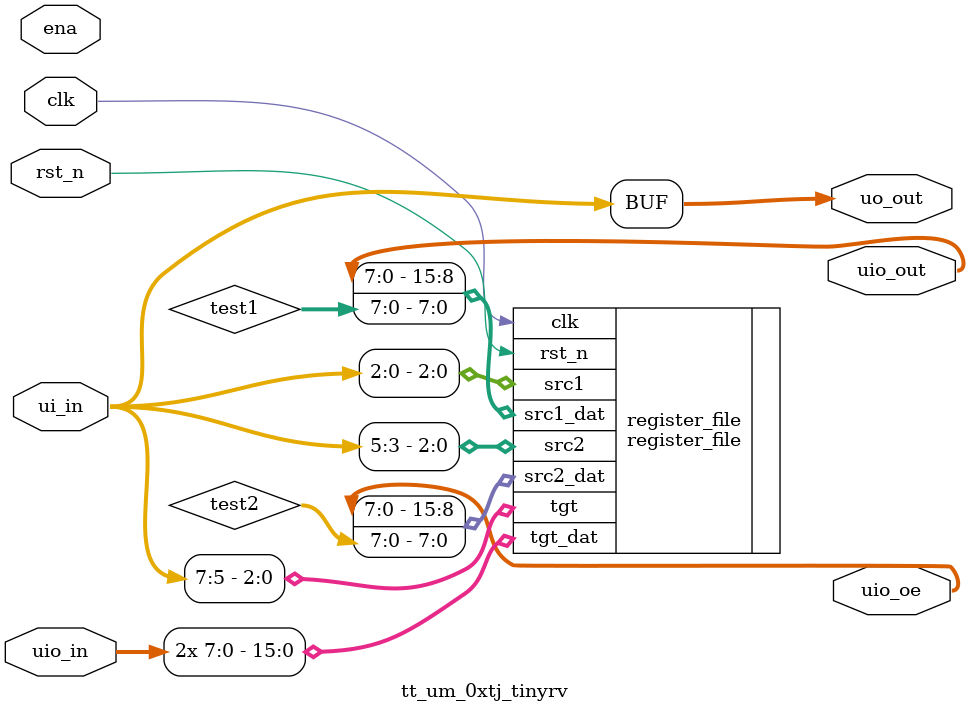
<source format=v>
module tt_um_0xtj_tinyrv (
    input  wire [7:0] ui_in,    // Dedicated inputs
    output wire [7:0] uo_out,   // Dedicated outputs
    input  wire [7:0] uio_in,   // IOs: Input path
    output wire [7:0] uio_out,  // IOs: Output path
    output wire [7:0] uio_oe,   // IOs: Enable path (active high: 0=input, 1=output)
    input  wire       ena,      // will go high when the design is enabled
    input  wire       clk,      // clock
    input  wire       rst_n     // reset_n - low to reset
);
    assign uo_out = ui_in;
    wire [7:0] test1;
    wire [7:0] test2;

    wire [2:0] opcode;
    wire       eq;

    localparam OPCODE_ADD  = 3'b000;
    localparam OPCODE_ADDI = 3'b001;
    localparam OPCODE_NAND = 3'b010;
    localparam OPCODE_LUI  = 3'b011;
    localparam OPCODE_LW   = 3'b100;
    localparam OPCODE_SW   = 3'b101;
    localparam OPCODE_BEQ  = 3'b110;
    localparam OPCODE_JALR = 3'b111;

    localparam FUNC_ALU_ADD   = 2'b00;
    localparam FUNC_ALU_NAND  = 2'b01;
    localparam FUNC_ALU_PASS1 = 2'b10;
    localparam FUNC_ALU_EQ    = 2'b11;

    reg  [1:0] func_alu;
    wire       mux_alu1;
    wire       mux_alu2;
    wire       mux_pc;
    wire       mux_rf;
    wire       mux_tgt;
    wire       we_rf;
    wire       we_dmem;
    
    always @(*) begin
        case (opcode)
            OPCODE_ADD:  func_alu = FUNC_ALU_ADD;
            OPCODE_ADDI: func_alu = FUNC_ALU_ADD;
            OPCODE_NAND: func_alu = FUNC_ALU_NAND;
            OPCODE_LUI:  func_alu = FUNC_ALU_PASS1;
            OPCODE_LW:   func_alu = FUNC_ALU_ADD;
            OPCODE_SW:   func_alu = FUNC_ALU_ADD;
            OPCODE_BEQ:  func_alu = FUNC_ALU_EQ;
            OPCODE_JALR: func_alu = FUNC_ALU_PASS1;
        endcase
    end

    register_file register_file (
        .src1       (ui_in[2:0]),
        .src2       (ui_in[5:3]),
        .tgt        (ui_in[7:5]),
        .src1_dat   ({uio_out,test1}),
        .src2_dat   ({uio_oe,test2}),
        .tgt_dat    ({uio_in,uio_in}),
        .clk        (clk),      // clock
        .rst_n      (rst_n)     // not reset
    );

    always @(posedge clk) begin
        if (!rst_n) begin
        end else begin
        end
    end

endmodule

</source>
